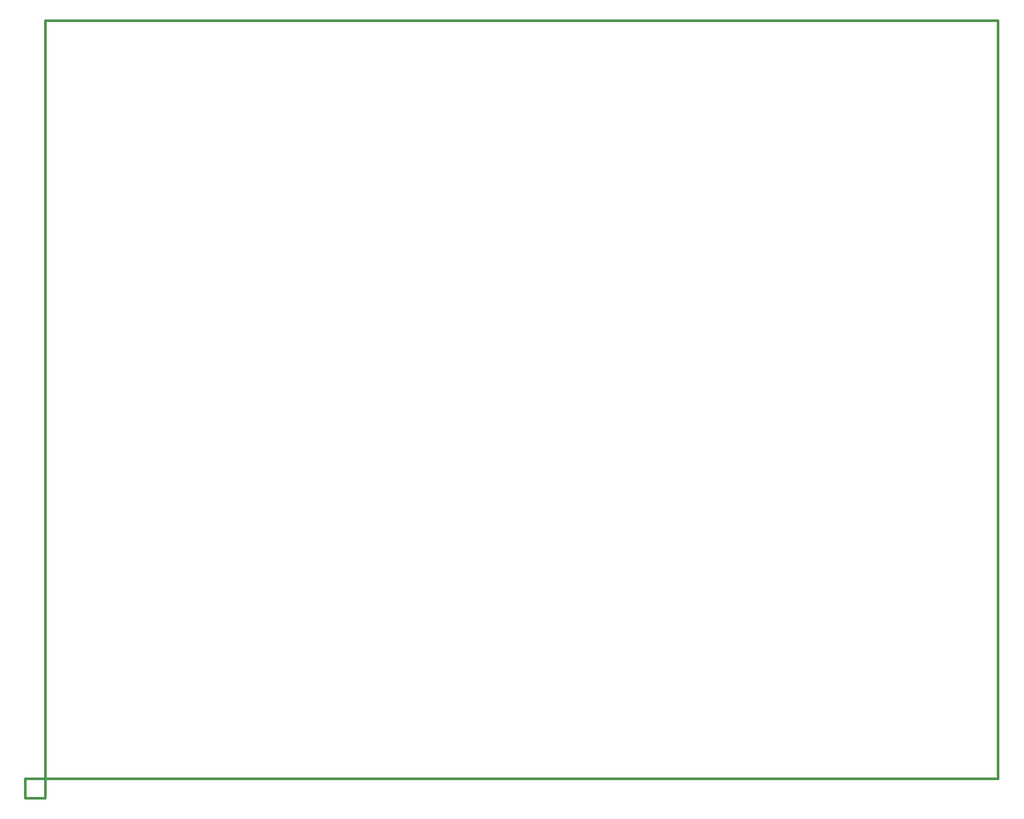
<source format=gko>
%FSLAX23Y23*%
%MOIN*%
G70*
G01*
G75*
G04 Layer_Color=16711935*
%ADD10C,0.020*%
%ADD11C,0.047*%
%ADD12C,0.010*%
%ADD13C,0.059*%
%ADD14O,0.100X0.060*%
G04:AMPARAMS|DCode=15|XSize=100mil|YSize=60mil|CornerRadius=0mil|HoleSize=0mil|Usage=FLASHONLY|Rotation=0.000|XOffset=0mil|YOffset=0mil|HoleType=Round|Shape=Octagon|*
%AMOCTAGOND15*
4,1,8,0.050,-0.015,0.050,0.015,0.035,0.030,-0.035,0.030,-0.050,0.015,-0.050,-0.015,-0.035,-0.030,0.035,-0.030,0.050,-0.015,0.0*
%
%ADD15OCTAGOND15*%

%ADD16C,0.065*%
%ADD17R,0.059X0.059*%
%ADD18C,0.055*%
%ADD19R,0.059X0.059*%
%ADD20C,0.070*%
%ADD21C,0.049*%
%ADD22R,0.049X0.049*%
%ADD23C,0.060*%
%ADD24C,0.050*%
%ADD25R,0.050X0.050*%
G04:AMPARAMS|DCode=26|XSize=80mil|YSize=100mil|CornerRadius=0mil|HoleSize=0mil|Usage=FLASHONLY|Rotation=0.000|XOffset=0mil|YOffset=0mil|HoleType=Round|Shape=Octagon|*
%AMOCTAGOND26*
4,1,8,-0.020,0.050,0.020,0.050,0.040,0.030,0.040,-0.030,0.020,-0.050,-0.020,-0.050,-0.040,-0.030,-0.040,0.030,-0.020,0.050,0.0*
%
%ADD26OCTAGOND26*%

%ADD27P,0.213X8X22.5*%
%ADD28C,0.120*%
%ADD29P,0.130X8X202.5*%
%ADD30C,0.059*%
%ADD31C,0.116*%
%ADD32R,0.059X0.059*%
%ADD33R,0.049X0.049*%
%ADD34R,0.110X0.110*%
%ADD35C,0.110*%
%ADD36R,0.050X0.050*%
%ADD37R,0.070X0.040*%
%ADD38R,0.075X0.040*%
%ADD39R,0.040X0.070*%
%ADD40R,0.040X0.075*%
%ADD41C,0.010*%
%ADD42C,0.002*%
%ADD43C,0.006*%
%ADD44C,0.008*%
%ADD45C,0.024*%
%ADD46C,0.005*%
%ADD47C,0.012*%
%ADD48C,0.006*%
%ADD49C,0.008*%
%ADD50R,0.075X0.031*%
%ADD51R,0.220X0.031*%
%ADD52R,0.220X0.031*%
%ADD53C,0.067*%
%ADD54O,0.108X0.068*%
G04:AMPARAMS|DCode=55|XSize=108mil|YSize=68mil|CornerRadius=0mil|HoleSize=0mil|Usage=FLASHONLY|Rotation=0.000|XOffset=0mil|YOffset=0mil|HoleType=Round|Shape=Octagon|*
%AMOCTAGOND55*
4,1,8,0.054,-0.017,0.054,0.017,0.037,0.034,-0.037,0.034,-0.054,0.017,-0.054,-0.017,-0.037,-0.034,0.037,-0.034,0.054,-0.017,0.0*
%
%ADD55OCTAGOND55*%

%ADD56C,0.073*%
%ADD57R,0.067X0.067*%
%ADD58C,0.063*%
%ADD59R,0.067X0.067*%
%ADD60C,0.078*%
%ADD61C,0.057*%
%ADD62R,0.057X0.057*%
%ADD63C,0.068*%
%ADD64C,0.058*%
%ADD65R,0.058X0.058*%
G04:AMPARAMS|DCode=66|XSize=88mil|YSize=108mil|CornerRadius=0mil|HoleSize=0mil|Usage=FLASHONLY|Rotation=0.000|XOffset=0mil|YOffset=0mil|HoleType=Round|Shape=Octagon|*
%AMOCTAGOND66*
4,1,8,-0.022,0.054,0.022,0.054,0.044,0.032,0.044,-0.032,0.022,-0.054,-0.022,-0.054,-0.044,-0.032,-0.044,0.032,-0.022,0.054,0.0*
%
%ADD66OCTAGOND66*%

%ADD67P,0.222X8X22.5*%
%ADD68C,0.128*%
%ADD69P,0.139X8X202.5*%
%ADD70C,0.067*%
%ADD71C,0.124*%
%ADD72R,0.067X0.067*%
%ADD73R,0.057X0.057*%
%ADD74R,0.118X0.118*%
%ADD75C,0.118*%
%ADD76R,0.058X0.058*%
%ADD77C,0.001*%
%ADD78C,0.004*%
%ADD79C,0.012*%
D79*
X1949Y2949D02*
Y3051D01*
X2051D01*
Y2949D02*
Y3051D01*
X1949Y2949D02*
X2051D01*
Y3051D02*
Y6949D01*
X6949D01*
Y3051D02*
Y6949D01*
X2051Y3051D02*
X6949D01*
M02*

</source>
